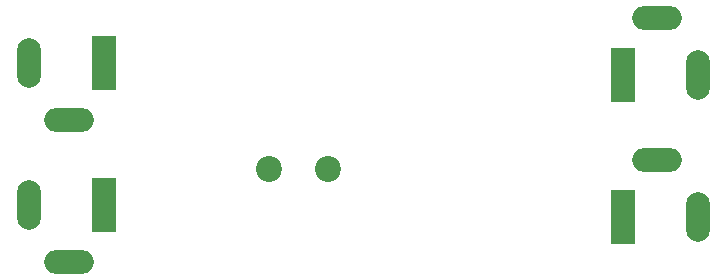
<source format=gbr>
%TF.GenerationSoftware,KiCad,Pcbnew,8.0.5*%
%TF.CreationDate,2024-12-30T19:02:22+01:00*%
%TF.ProjectId,ledPowerConnector,6c656450-6f77-4657-9243-6f6e6e656374,rev?*%
%TF.SameCoordinates,Original*%
%TF.FileFunction,Soldermask,Bot*%
%TF.FilePolarity,Negative*%
%FSLAX46Y46*%
G04 Gerber Fmt 4.6, Leading zero omitted, Abs format (unit mm)*
G04 Created by KiCad (PCBNEW 8.0.5) date 2024-12-30 19:02:22*
%MOMM*%
%LPD*%
G01*
G04 APERTURE LIST*
%ADD10C,2.200000*%
%ADD11R,2.000000X4.600000*%
%ADD12O,4.200000X2.000000*%
%ADD13O,2.000000X4.200000*%
G04 APERTURE END LIST*
D10*
%TO.C,J6*%
X145500000Y-107500000D03*
%TD*%
D11*
%TO.C,J3*%
X126500000Y-110500000D03*
D12*
X123600000Y-115300000D03*
D13*
X120200000Y-110500000D03*
%TD*%
D11*
%TO.C,J2*%
X170500000Y-111500000D03*
D12*
X173400000Y-106700000D03*
D13*
X176800000Y-111500000D03*
%TD*%
D11*
%TO.C,J4*%
X126500000Y-98500000D03*
D12*
X123600000Y-103300000D03*
D13*
X120200000Y-98500000D03*
%TD*%
D11*
%TO.C,J1*%
X170500000Y-99500000D03*
D12*
X173400000Y-94700000D03*
D13*
X176800000Y-99500000D03*
%TD*%
D10*
%TO.C,J5*%
X140500000Y-107500000D03*
%TD*%
M02*

</source>
